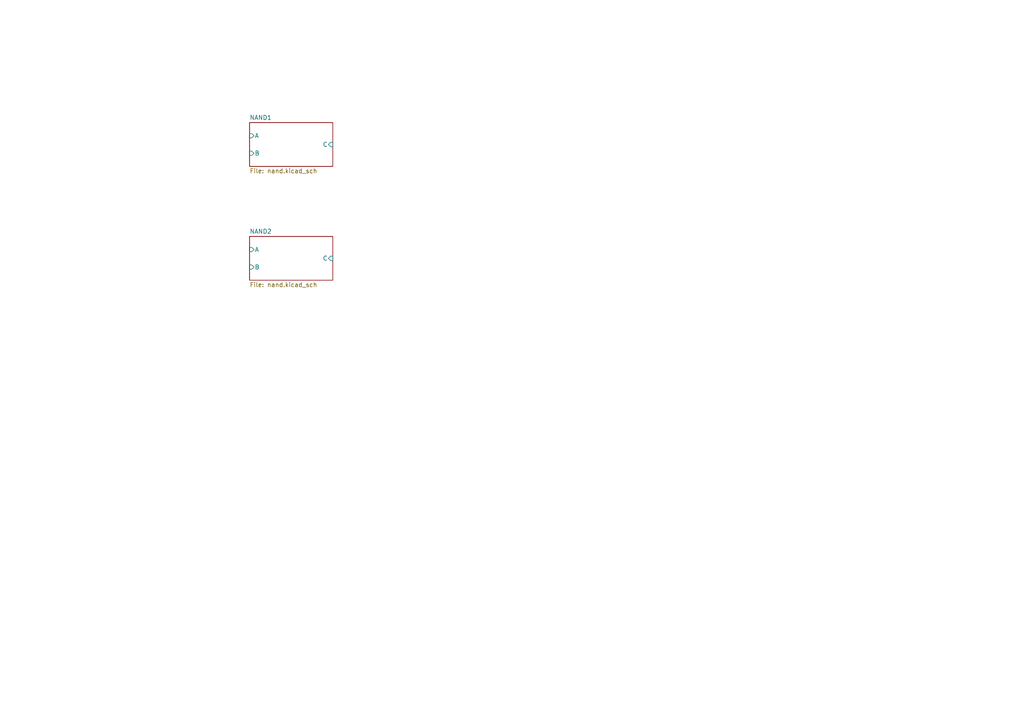
<source format=kicad_sch>
(kicad_sch (version 20230121) (generator eeschema)
  (paper "A4")
  (lib_symbols)
  (sheet (at 72.39 68.58) (size 24.13 12.7) (stroke (width 0.1524))
    (property "Sheetname" "NAND2" (at 72.39 67.8684 0) (effects (justify left bottom)))
    (property "Sheetfile" "nand.kicad_sch" (at 72.39 81.8646 0) (effects (justify left top)))
    (pin "C" input (at 96.52 74.93 0))
    (pin "A" input (at 72.39 72.39 180))
    (pin "B" input (at 72.39 77.47 180))
  )
  (sheet (at 72.39 35.56) (size 24.13 12.7) (stroke (width 0.1524))
    (property "Sheetname" "NAND1" (at 72.39 34.8484 0) (effects (justify left bottom)))
    (property "Sheetfile" "nand.kicad_sch" (at 72.39 48.8446 0) (effects (justify left top)))
    (pin "C" input (at 96.52 41.91 0))
    (pin "A" input (at 72.39 39.37 180))
    (pin "B" input (at 72.39 44.45 180))
  )
)
</source>
